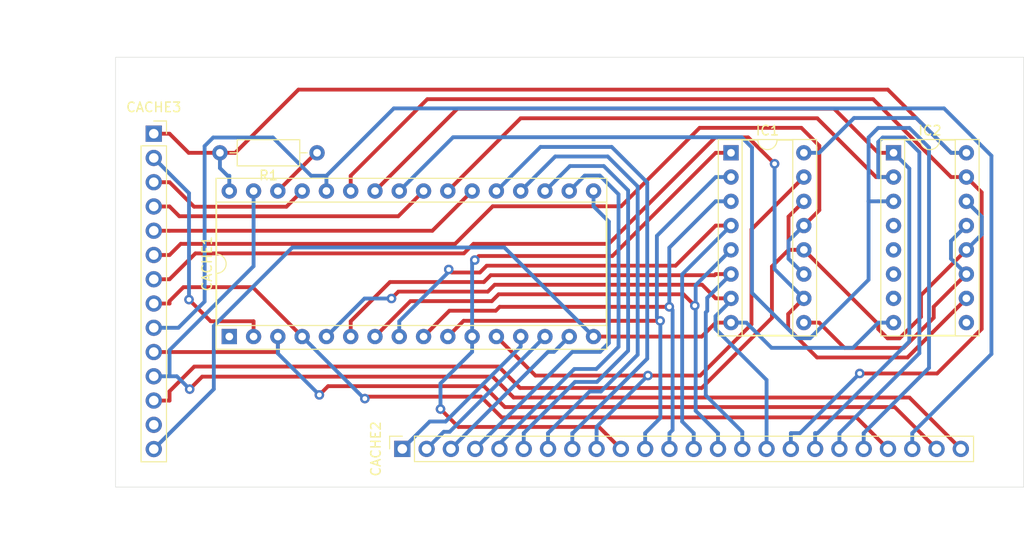
<source format=kicad_pcb>
(kicad_pcb (version 20221018) (generator pcbnew)
  (layers (0 "F.Cu" signal) (31 "B.Cu" signal) (34 "B.Paste" user) (35 "F.Paste" user) (36 "B.SilkS" user "B.Silkscreen") (37 "F.SilkS" user "F.Silkscreen") (38 "B.Mask" user) (39 "F.Mask" user) (44 "Edge.Cuts" user))
  (net 0 "")
  (net 2 "/IOCACHE-128K_ZXspectrum/CACHE_CONTROL.A16")
  (net 4 "/IOCACHE-128K_ZXspectrum/LOCAL_A7")
  (net 5 "/IOCACHE-128K_ZXspectrum/LOCAL_A6")
  (net 6 "/IOCACHE-128K_ZXspectrum/LOCAL_A5")
  (net 7 "/IOCACHE-128K_ZXspectrum/LOCAL_A4")
  (net 8 "/IOCACHE-128K_ZXspectrum/LOCAL_A3")
  (net 9 "/IOCACHE-128K_ZXspectrum/LOCAL_A2")
  (net 10 "/IOCACHE-128K_ZXspectrum/LOCAL_A1")
  (net 11 "/IOCACHE-128K_ZXspectrum/LOCAL_A0")
  (net 12 "/IOCACHE-128K_ZXspectrum/LOCAL_D0")
  (net 13 "/IOCACHE-128K_ZXspectrum/LOCAL_D1")
  (net 14 "/IOCACHE-128K_ZXspectrum/LOCAL_D2")
  (net 15 "GND")
  (net 16 "/IOCACHE-128K_ZXspectrum/LOCAL_D3")
  (net 17 "/IOCACHE-128K_ZXspectrum/LOCAL_D4")
  (net 18 "/IOCACHE-128K_ZXspectrum/LOCAL_D5")
  (net 19 "/IOCACHE-128K_ZXspectrum/LOCAL_D6")
  (net 20 "/IOCACHE-128K_ZXspectrum/LOCAL_D7")
  (net 21 "/IOCACHE-128K_ZXspectrum/CACHE_CONTROL.CS")
  (net 22 "/IOCACHE-128K_ZXspectrum/LOCAL_A10")
  (net 23 "/IOCACHE-128K_ZXspectrum/CACHE_CONTROL.OE")
  (net 24 "/IOCACHE-128K_ZXspectrum/LOCAL_A11")
  (net 25 "/IOCACHE-128K_ZXspectrum/LOCAL_A9")
  (net 26 "/IOCACHE-128K_ZXspectrum/LOCAL_A8")
  (net 27 "/IOCACHE-128K_ZXspectrum/CACHE_CONTROL.WE")
  (net 28 "/IOCACHE-128K_ZXspectrum/CACHE_CE2")
  (net 29 "+5V")
  (net 30 "Net-(IC1-~{RCO})")
  (net 31 "/IOCACHE-128K_ZXspectrum/Z80_HARDLOCK")
  (net 32 "/IOCACHE-128K_ZXspectrum/CACHE_CONTROL.DATASTATUS+PERM_Z80_IORQ")
  (net 33 "/IOCACHE-128K_ZXspectrum/CACHE_DATASTATUS")
  (net 39 "/IOCACHE-128K_ZXspectrum/LOCAL_A12")
  (net 40 "/IOCACHE-128K_ZXspectrum/LOCAL_A13")
  (net 41 "/IOCACHE-128K_ZXspectrum/LOCAL_A14")
  (net 42 "/IOCACHE-128K_ZXspectrum/LOCAL_A15")
  (footprint "Connector_PinSocket_2.54mm:PinSocket_1x24_P2.54mm_Vertical" (layer "F.Cu") (at 110 129 90)
    (fp_text reference "CACHE2" (at 0 -2.77 90) (layer "F.SilkS"))
    (fp_text value "Conn_01x24_Socket")
    (pad "1" thru_hole rect (at 0 0 90) (size 1.7 1.7) (drill 1) (layers "*.Cu" "*.Mask") (net 12 "/IOCACHE-128K_ZXspectrum/LOCAL_D0"))
    (pad "2" thru_hole oval (at 0 2.54 90) (size 1.7 1.7) (drill 1) (layers "*.Cu" "*.Mask") (net 13 "/IOCACHE-128K_ZXspectrum/LOCAL_D1"))
    (pad "3" thru_hole oval (at 0 5.08 90) (size 1.7 1.7) (drill 1) (layers "*.Cu" "*.Mask") (net 14 "/IOCACHE-128K_ZXspectrum/LOCAL_D2"))
    (pad "4" thru_hole oval (at 0 7.62 90) (size 1.7 1.7) (drill 1) (layers "*.Cu" "*.Mask") (net 16 "/IOCACHE-128K_ZXspectrum/LOCAL_D3"))
    (pad "5" thru_hole oval (at 0 10.16 90) (size 1.7 1.7) (drill 1) (layers "*.Cu" "*.Mask") (net 17 "/IOCACHE-128K_ZXspectrum/LOCAL_D4"))
    (pad "6" thru_hole oval (at 0 12.7 90) (size 1.7 1.7) (drill 1) (layers "*.Cu" "*.Mask") (net 18 "/IOCACHE-128K_ZXspectrum/LOCAL_D5"))
    (pad "7" thru_hole oval (at 0 15.24 90) (size 1.7 1.7) (drill 1) (layers "*.Cu" "*.Mask") (net 19 "/IOCACHE-128K_ZXspectrum/LOCAL_D6"))
    (pad "8" thru_hole oval (at 0 17.78 90) (size 1.7 1.7) (drill 1) (layers "*.Cu" "*.Mask") (net 20 "/IOCACHE-128K_ZXspectrum/LOCAL_D7"))
    (pad "9" thru_hole oval (at 0 20.32 90) (size 1.7 1.7) (drill 1) (layers "*.Cu" "*.Mask") (net 11 "/IOCACHE-128K_ZXspectrum/LOCAL_A0"))
    (pad "10" thru_hole oval (at 0 22.86 90) (size 1.7 1.7) (drill 1) (layers "*.Cu" "*.Mask") (net 10 "/IOCACHE-128K_ZXspectrum/LOCAL_A1"))
    (pad "11" thru_hole oval (at 0 25.4 90) (size 1.7 1.7) (drill 1) (layers "*.Cu" "*.Mask") (net 9 "/IOCACHE-128K_ZXspectrum/LOCAL_A2"))
    (pad "12" thru_hole oval (at 0 27.94 90) (size 1.7 1.7) (drill 1) (layers "*.Cu" "*.Mask") (net 8 "/IOCACHE-128K_ZXspectrum/LOCAL_A3"))
    (pad "13" thru_hole oval (at 0 30.48 90) (size 1.7 1.7) (drill 1) (layers "*.Cu" "*.Mask") (net 7 "/IOCACHE-128K_ZXspectrum/LOCAL_A4"))
    (pad "14" thru_hole oval (at 0 33.02 90) (size 1.7 1.7) (drill 1) (layers "*.Cu" "*.Mask") (net 6 "/IOCACHE-128K_ZXspectrum/LOCAL_A5"))
    (pad "15" thru_hole oval (at 0 35.56 90) (size 1.7 1.7) (drill 1) (layers "*.Cu" "*.Mask") (net 5 "/IOCACHE-128K_ZXspectrum/LOCAL_A6"))
    (pad "16" thru_hole oval (at 0 38.1 90) (size 1.7 1.7) (drill 1) (layers "*.Cu" "*.Mask") (net 4 "/IOCACHE-128K_ZXspectrum/LOCAL_A7"))
    (pad "17" thru_hole oval (at 0 40.64 90) (size 1.7 1.7) (drill 1) (layers "*.Cu" "*.Mask") (net 26 "/IOCACHE-128K_ZXspectrum/LOCAL_A8"))
    (pad "18" thru_hole oval (at 0 43.18 90) (size 1.7 1.7) (drill 1) (layers "*.Cu" "*.Mask") (net 25 "/IOCACHE-128K_ZXspectrum/LOCAL_A9"))
    (pad "19" thru_hole oval (at 0 45.72 90) (size 1.7 1.7) (drill 1) (layers "*.Cu" "*.Mask") (net 22 "/IOCACHE-128K_ZXspectrum/LOCAL_A10"))
    (pad "20" thru_hole oval (at 0 48.26 90) (size 1.7 1.7) (drill 1) (layers "*.Cu" "*.Mask") (net 24 "/IOCACHE-128K_ZXspectrum/LOCAL_A11"))
    (pad "21" thru_hole oval (at 0 50.8 90) (size 1.7 1.7) (drill 1) (layers "*.Cu" "*.Mask") (net 39 "/IOCACHE-128K_ZXspectrum/LOCAL_A12"))
    (pad "22" thru_hole oval (at 0 53.34 90) (size 1.7 1.7) (drill 1) (layers "*.Cu" "*.Mask") (net 40 "/IOCACHE-128K_ZXspectrum/LOCAL_A13"))
    (pad "23" thru_hole oval (at 0 55.88 90) (size 1.7 1.7) (drill 1) (layers "*.Cu" "*.Mask") (net 41 "/IOCACHE-128K_ZXspectrum/LOCAL_A14"))
    (pad "24" thru_hole oval (at 0 58.42 90) (size 1.7 1.7) (drill 1) (layers "*.Cu" "*.Mask") (net 42 "/IOCACHE-128K_ZXspectrum/LOCAL_A15"))
  )
  (footprint "Package_DIP:DIP-16_W7.62mm_Socket" (layer "F.Cu") (at 144.38 98)
    (fp_text reference "IC1" (at 3.81 -2.33) (layer "F.SilkS"))
    (fp_text value "74HC590N")
    (pad "1" thru_hole rect (at 0 0) (size 1.6 1.6) (drill 0.8) (layers "*.Cu" "*.Mask") (net 10 "/IOCACHE-128K_ZXspectrum/LOCAL_A1"))
    (pad "2" thru_hole oval (at 0 2.54) (size 1.6 1.6) (drill 0.8) (layers "*.Cu" "*.Mask") (net 9 "/IOCACHE-128K_ZXspectrum/LOCAL_A2"))
    (pad "3" thru_hole oval (at 0 5.08) (size 1.6 1.6) (drill 0.8) (layers "*.Cu" "*.Mask") (net 8 "/IOCACHE-128K_ZXspectrum/LOCAL_A3"))
    (pad "4" thru_hole oval (at 0 7.62) (size 1.6 1.6) (drill 0.8) (layers "*.Cu" "*.Mask") (net 7 "/IOCACHE-128K_ZXspectrum/LOCAL_A4"))
    (pad "5" thru_hole oval (at 0 10.16) (size 1.6 1.6) (drill 0.8) (layers "*.Cu" "*.Mask") (net 6 "/IOCACHE-128K_ZXspectrum/LOCAL_A5"))
    (pad "6" thru_hole oval (at 0 12.7) (size 1.6 1.6) (drill 0.8) (layers "*.Cu" "*.Mask") (net 5 "/IOCACHE-128K_ZXspectrum/LOCAL_A6"))
    (pad "7" thru_hole oval (at 0 15.24) (size 1.6 1.6) (drill 0.8) (layers "*.Cu" "*.Mask") (net 4 "/IOCACHE-128K_ZXspectrum/LOCAL_A7"))
    (pad "8" thru_hole oval (at 0 17.78) (size 1.6 1.6) (drill 0.8) (layers "*.Cu" "*.Mask") (net 15 "GND"))
    (pad "9" thru_hole oval (at 7.62 17.78) (size 1.6 1.6) (drill 0.8) (layers "*.Cu" "*.Mask") (net 30 "Net-(IC1-~{RCO})"))
    (pad "10" thru_hole oval (at 7.62 15.24) (size 1.6 1.6) (drill 0.8) (layers "*.Cu" "*.Mask") (net 31 "/IOCACHE-128K_ZXspectrum/Z80_HARDLOCK"))
    (pad "11" thru_hole oval (at 7.62 12.7) (size 1.6 1.6) (drill 0.8) (layers "*.Cu" "*.Mask") (net 32 "/IOCACHE-128K_ZXspectrum/CACHE_CONTROL.DATASTATUS+PERM_Z80_IORQ"))
    (pad "12" thru_hole oval (at 7.62 10.16) (size 1.6 1.6) (drill 0.8) (layers "*.Cu" "*.Mask") (net 33 "/IOCACHE-128K_ZXspectrum/CACHE_DATASTATUS"))
    (pad "13" thru_hole oval (at 7.62 7.62) (size 1.6 1.6) (drill 0.8) (layers "*.Cu" "*.Mask") (net 32 "/IOCACHE-128K_ZXspectrum/CACHE_CONTROL.DATASTATUS+PERM_Z80_IORQ"))
    (pad "14" thru_hole oval (at 7.62 5.08) (size 1.6 1.6) (drill 0.8) (layers "*.Cu" "*.Mask") (net 33 "/IOCACHE-128K_ZXspectrum/CACHE_DATASTATUS"))
    (pad "15" thru_hole oval (at 7.62 2.54) (size 1.6 1.6) (drill 0.8) (layers "*.Cu" "*.Mask") (net 11 "/IOCACHE-128K_ZXspectrum/LOCAL_A0"))
    (pad "16" thru_hole oval (at 7.62 0) (size 1.6 1.6) (drill 0.8) (layers "*.Cu" "*.Mask") (net 29 "+5V"))
  )
  (footprint "Package_DIP:DIP-16_W7.62mm_Socket" (layer "F.Cu") (at 161.38 98)
    (fp_text reference "IC2" (at 3.81 -2.33) (layer "F.SilkS"))
    (fp_text value "74HC590N")
    (pad "1" thru_hole rect (at 0 0) (size 1.6 1.6) (drill 0.8) (layers "*.Cu" "*.Mask") (net 25 "/IOCACHE-128K_ZXspectrum/LOCAL_A9"))
    (pad "2" thru_hole oval (at 0 2.54) (size 1.6 1.6) (drill 0.8) (layers "*.Cu" "*.Mask") (net 22 "/IOCACHE-128K_ZXspectrum/LOCAL_A10"))
    (pad "3" thru_hole oval (at 0 5.08) (size 1.6 1.6) (drill 0.8) (layers "*.Cu" "*.Mask") (net 24 "/IOCACHE-128K_ZXspectrum/LOCAL_A11"))
    (pad "4" thru_hole oval (at 0 7.62) (size 1.6 1.6) (drill 0.8) (layers "*.Cu" "*.Mask"))
    (pad "5" thru_hole oval (at 0 10.16) (size 1.6 1.6) (drill 0.8) (layers "*.Cu" "*.Mask"))
    (pad "6" thru_hole oval (at 0 12.7) (size 1.6 1.6) (drill 0.8) (layers "*.Cu" "*.Mask"))
    (pad "7" thru_hole oval (at 0 15.24) (size 1.6 1.6) (drill 0.8) (layers "*.Cu" "*.Mask"))
    (pad "8" thru_hole oval (at 0 17.78) (size 1.6 1.6) (drill 0.8) (layers "*.Cu" "*.Mask") (net 15 "GND"))
    (pad "9" thru_hole oval (at 7.62 17.78) (size 1.6 1.6) (drill 0.8) (layers "*.Cu" "*.Mask"))
    (pad "10" thru_hole oval (at 7.62 15.24) (size 1.6 1.6) (drill 0.8) (layers "*.Cu" "*.Mask") (net 31 "/IOCACHE-128K_ZXspectrum/Z80_HARDLOCK"))
    (pad "11" thru_hole oval (at 7.62 12.7) (size 1.6 1.6) (drill 0.8) (layers "*.Cu" "*.Mask") (net 30 "Net-(IC1-~{RCO})"))
    (pad "12" thru_hole oval (at 7.62 10.16) (size 1.6 1.6) (drill 0.8) (layers "*.Cu" "*.Mask") (net 33 "/IOCACHE-128K_ZXspectrum/CACHE_DATASTATUS"))
    (pad "13" thru_hole oval (at 7.62 7.62) (size 1.6 1.6) (drill 0.8) (layers "*.Cu" "*.Mask") (net 30 "Net-(IC1-~{RCO})"))
    (pad "14" thru_hole oval (at 7.62 5.08) (size 1.6 1.6) (drill 0.8) (layers "*.Cu" "*.Mask") (net 33 "/IOCACHE-128K_ZXspectrum/CACHE_DATASTATUS"))
    (pad "15" thru_hole oval (at 7.62 2.54) (size 1.6 1.6) (drill 0.8) (layers "*.Cu" "*.Mask") (net 26 "/IOCACHE-128K_ZXspectrum/LOCAL_A8"))
    (pad "16" thru_hole oval (at 7.62 0) (size 1.6 1.6) (drill 0.8) (layers "*.Cu" "*.Mask") (net 29 "+5V"))
  )
  (footprint "Connector_PinSocket_2.54mm:PinSocket_1x14_P2.54mm_Vertical" (layer "F.Cu") (at 84 96)
    (fp_text reference "CACHE3" (at 0 -2.77) (layer "F.SilkS"))
    (fp_text value "Conn_01x14_Socket")
    (pad "1" thru_hole rect (at 0 0) (size 1.7 1.7) (drill 1) (layers "*.Cu" "*.Mask") (net 29 "+5V"))
    (pad "2" thru_hole oval (at 0 2.54) (size 1.7 1.7) (drill 1) (layers "*.Cu" "*.Mask") (net 2 "/IOCACHE-128K_ZXspectrum/CACHE_CONTROL.A16"))
    (pad "3" thru_hole oval (at 0 5.08) (size 1.7 1.7) (drill 1) (layers "*.Cu" "*.Mask") (net 27 "/IOCACHE-128K_ZXspectrum/CACHE_CONTROL.WE"))
    (pad "4" thru_hole oval (at 0 7.62) (size 1.7 1.7) (drill 1) (layers "*.Cu" "*.Mask") (net 23 "/IOCACHE-128K_ZXspectrum/CACHE_CONTROL.OE"))
    (pad "5" thru_hole oval (at 0 10.16) (size 1.7 1.7) (drill 1) (layers "*.Cu" "*.Mask") (net 21 "/IOCACHE-128K_ZXspectrum/CACHE_CONTROL.CS"))
    (pad "6" thru_hole oval (at 0 12.7) (size 1.7 1.7) (drill 1) (layers "*.Cu" "*.Mask") (net 32 "/IOCACHE-128K_ZXspectrum/CACHE_CONTROL.DATASTATUS+PERM_Z80_IORQ"))
    (pad "7" thru_hole oval (at 0 15.24) (size 1.7 1.7) (drill 1) (layers "*.Cu" "*.Mask") (net 31 "/IOCACHE-128K_ZXspectrum/Z80_HARDLOCK"))
    (pad "8" thru_hole oval (at 0 17.78) (size 1.7 1.7) (drill 1) (layers "*.Cu" "*.Mask") (net 39 "/IOCACHE-128K_ZXspectrum/LOCAL_A12"))
    (pad "9" thru_hole oval (at 0 20.32) (size 1.7 1.7) (drill 1) (layers "*.Cu" "*.Mask") (net 40 "/IOCACHE-128K_ZXspectrum/LOCAL_A13"))
    (pad "10" thru_hole oval (at 0 22.86) (size 1.7 1.7) (drill 1) (layers "*.Cu" "*.Mask") (net 41 "/IOCACHE-128K_ZXspectrum/LOCAL_A14"))
    (pad "11" thru_hole oval (at 0 25.4) (size 1.7 1.7) (drill 1) (layers "*.Cu" "*.Mask") (net 42 "/IOCACHE-128K_ZXspectrum/LOCAL_A15"))
    (pad "12" thru_hole oval (at 0 27.94) (size 1.7 1.7) (drill 1) (layers "*.Cu" "*.Mask") (net 33 "/IOCACHE-128K_ZXspectrum/CACHE_DATASTATUS"))
    (pad "13" thru_hole oval (at 0 30.48) (size 1.7 1.7) (drill 1) (layers "*.Cu" "*.Mask"))
    (pad "14" thru_hole oval (at 0 33.02) (size 1.7 1.7) (drill 1) (layers "*.Cu" "*.Mask") (net 15 "GND"))
  )
  (footprint "Package_DIP:DIP-32_W15.24mm_Socket" (layer "F.Cu") (at 91.9 117.24 90)
    (fp_text reference "CACHE1" (at 7.62 -2.33 90) (layer "F.SilkS"))
    (fp_text value "AS6C1008-55PCN")
    (pad "1" thru_hole rect (at 0 0 90) (size 1.6 1.6) (drill 0.8) (layers "*.Cu" "*.Mask"))
    (pad "2" thru_hole oval (at 0 2.54 90) (size 1.6 1.6) (drill 0.8) (layers "*.Cu" "*.Mask") (net 2 "/IOCACHE-128K_ZXspectrum/CACHE_CONTROL.A16"))
    (pad "3" thru_hole oval (at 0 5.08 90) (size 1.6 1.6) (drill 0.8) (layers "*.Cu" "*.Mask") (net 41 "/IOCACHE-128K_ZXspectrum/LOCAL_A14"))
    (pad "4" thru_hole oval (at 0 7.62 90) (size 1.6 1.6) (drill 0.8) (layers "*.Cu" "*.Mask") (net 39 "/IOCACHE-128K_ZXspectrum/LOCAL_A12"))
    (pad "5" thru_hole oval (at 0 10.16 90) (size 1.6 1.6) (drill 0.8) (layers "*.Cu" "*.Mask") (net 4 "/IOCACHE-128K_ZXspectrum/LOCAL_A7"))
    (pad "6" thru_hole oval (at 0 12.7 90) (size 1.6 1.6) (drill 0.8) (layers "*.Cu" "*.Mask") (net 5 "/IOCACHE-128K_ZXspectrum/LOCAL_A6"))
    (pad "7" thru_hole oval (at 0 15.24 90) (size 1.6 1.6) (drill 0.8) (layers "*.Cu" "*.Mask") (net 6 "/IOCACHE-128K_ZXspectrum/LOCAL_A5"))
    (pad "8" thru_hole oval (at 0 17.78 90) (size 1.6 1.6) (drill 0.8) (layers "*.Cu" "*.Mask") (net 7 "/IOCACHE-128K_ZXspectrum/LOCAL_A4"))
    (pad "9" thru_hole oval (at 0 20.32 90) (size 1.6 1.6) (drill 0.8) (layers "*.Cu" "*.Mask") (net 8 "/IOCACHE-128K_ZXspectrum/LOCAL_A3"))
    (pad "10" thru_hole oval (at 0 22.86 90) (size 1.6 1.6) (drill 0.8) (layers "*.Cu" "*.Mask") (net 9 "/IOCACHE-128K_ZXspectrum/LOCAL_A2"))
    (pad "11" thru_hole oval (at 0 25.4 90) (size 1.6 1.6) (drill 0.8) (layers "*.Cu" "*.Mask") (net 10 "/IOCACHE-128K_ZXspectrum/LOCAL_A1"))
    (pad "12" thru_hole oval (at 0 27.94 90) (size 1.6 1.6) (drill 0.8) (layers "*.Cu" "*.Mask") (net 11 "/IOCACHE-128K_ZXspectrum/LOCAL_A0"))
    (pad "13" thru_hole oval (at 0 30.48 90) (size 1.6 1.6) (drill 0.8) (layers "*.Cu" "*.Mask") (net 12 "/IOCACHE-128K_ZXspectrum/LOCAL_D0"))
    (pad "14" thru_hole oval (at 0 33.02 90) (size 1.6 1.6) (drill 0.8) (layers "*.Cu" "*.Mask") (net 13 "/IOCACHE-128K_ZXspectrum/LOCAL_D1"))
    (pad "15" thru_hole oval (at 0 35.56 90) (size 1.6 1.6) (drill 0.8) (layers "*.Cu" "*.Mask") (net 14 "/IOCACHE-128K_ZXspectrum/LOCAL_D2"))
    (pad "16" thru_hole oval (at 0 38.1 90) (size 1.6 1.6) (drill 0.8) (layers "*.Cu" "*.Mask") (net 15 "GND"))
    (pad "17" thru_hole oval (at 15.24 38.1 90) (size 1.6 1.6) (drill 0.8) (layers "*.Cu" "*.Mask") (net 16 "/IOCACHE-128K_ZXspectrum/LOCAL_D3"))
    (pad "18" thru_hole oval (at 15.24 35.56 90) (size 1.6 1.6) (drill 0.8) (layers "*.Cu" "*.Mask") (net 17 "/IOCACHE-128K_ZXspectrum/LOCAL_D4"))
    (pad "19" thru_hole oval (at 15.24 33.02 90) (size 1.6 1.6) (drill 0.8) (layers "*.Cu" "*.Mask") (net 18 "/IOCACHE-128K_ZXspectrum/LOCAL_D5"))
    (pad "20" thru_hole oval (at 15.24 30.48 90) (size 1.6 1.6) (drill 0.8) (layers "*.Cu" "*.Mask") (net 19 "/IOCACHE-128K_ZXspectrum/LOCAL_D6"))
    (pad "21" thru_hole oval (at 15.24 27.94 90) (size 1.6 1.6) (drill 0.8) (layers "*.Cu" "*.Mask") (net 20 "/IOCACHE-128K_ZXspectrum/LOCAL_D7"))
    (pad "22" thru_hole oval (at 15.24 25.4 90) (size 1.6 1.6) (drill 0.8) (layers "*.Cu" "*.Mask") (net 21 "/IOCACHE-128K_ZXspectrum/CACHE_CONTROL.CS"))
    (pad "23" thru_hole oval (at 15.24 22.86 90) (size 1.6 1.6) (drill 0.8) (layers "*.Cu" "*.Mask") (net 22 "/IOCACHE-128K_ZXspectrum/LOCAL_A10"))
    (pad "24" thru_hole oval (at 15.24 20.32 90) (size 1.6 1.6) (drill 0.8) (layers "*.Cu" "*.Mask") (net 23 "/IOCACHE-128K_ZXspectrum/CACHE_CONTROL.OE"))
    (pad "25" thru_hole oval (at 15.24 17.78 90) (size 1.6 1.6) (drill 0.8) (layers "*.Cu" "*.Mask") (net 24 "/IOCACHE-128K_ZXspectrum/LOCAL_A11"))
    (pad "26" thru_hole oval (at 15.24 15.24 90) (size 1.6 1.6) (drill 0.8) (layers "*.Cu" "*.Mask") (net 25 "/IOCACHE-128K_ZXspectrum/LOCAL_A9"))
    (pad "27" thru_hole oval (at 15.24 12.7 90) (size 1.6 1.6) (drill 0.8) (layers "*.Cu" "*.Mask") (net 26 "/IOCACHE-128K_ZXspectrum/LOCAL_A8"))
    (pad "28" thru_hole oval (at 15.24 10.16 90) (size 1.6 1.6) (drill 0.8) (layers "*.Cu" "*.Mask") (net 40 "/IOCACHE-128K_ZXspectrum/LOCAL_A13"))
    (pad "29" thru_hole oval (at 15.24 7.62 90) (size 1.6 1.6) (drill 0.8) (layers "*.Cu" "*.Mask") (net 27 "/IOCACHE-128K_ZXspectrum/CACHE_CONTROL.WE"))
    (pad "30" thru_hole oval (at 15.24 5.08 90) (size 1.6 1.6) (drill 0.8) (layers "*.Cu" "*.Mask") (net 28 "/IOCACHE-128K_ZXspectrum/CACHE_CE2"))
    (pad "31" thru_hole oval (at 15.24 2.54 90) (size 1.6 1.6) (drill 0.8) (layers "*.Cu" "*.Mask") (net 42 "/IOCACHE-128K_ZXspectrum/LOCAL_A15"))
    (pad "32" thru_hole oval (at 15.24 0 90) (size 1.6 1.6) (drill 0.8) (layers "*.Cu" "*.Mask") (net 29 "+5V"))
  )
  (footprint "Resistor_THT:R_Axial_DIN0207_L6.3mm_D2.5mm_P10.16mm_Horizontal" (layer "F.Cu") (at 101.08 98 180)
    (fp_text reference "R1" (at 5.08 -2.37) (layer "F.SilkS"))
    (fp_text value "10K")
    (pad "1" thru_hole circle (at 0 0 180) (size 1.6 1.6) (drill 0.8) (layers "*.Cu" "*.Mask") (net 28 "/IOCACHE-128K_ZXspectrum/CACHE_CE2"))
    (pad "2" thru_hole oval (at 10.16 0 180) (size 1.6 1.6) (drill 0.8) (layers "*.Cu" "*.Mask") (net 29 "+5V"))
  )
  (gr_rect (start 80 88) (end 175 133) (stroke (width 0.05)) (fill none) (layer "Edge.Cuts"))
  (segment (start 89.9555 115.6399) (end 87.6852 113.3696) (width 0.4) (layer "F.Cu") (net 2))
  (segment (start 94.44 117.24) (end 94.44 115.6399) (width 0.4) (layer "F.Cu") (net 2))
  (segment (start 94.44 115.6399) (end 89.9555 115.6399) (width 0.4) (layer "F.Cu") (net 2))
  (via (at 87.6852 113.3696) (size 1) (drill 0.5) (layers "F.Cu" "B.Cu") (net 2))
  (segment (start 87.6852 113.3696) (end 87.6852 102.2252) (width 0.4) (layer "B.Cu") (net 2))
  (segment (start 87.6852 102.2252) (end 84 98.54) (width 0.4) (layer "B.Cu") (net 2))
  (segment (start 118.945 112.5312) (end 109.5916 112.5312) (width 0.4) (layer "F.Cu") (net 4))
  (segment (start 144.38 113.24) (end 142.7799 113.24) (width 0.4) (layer "F.Cu") (net 4))
  (segment (start 142.7799 113.24) (end 141.3558 111.8159) (width 0.4) (layer "F.Cu") (net 4))
  (segment (start 119.6603 111.8159) (end 118.945 112.5312) (width 0.4) (layer "F.Cu") (net 4))
  (segment (start 141.3558 111.8159) (end 119.6603 111.8159) (width 0.4) (layer "F.Cu") (net 4))
  (segment (start 109.5916 112.5312) (end 108.8677 113.2551) (width 0.4) (layer "F.Cu") (net 4))
  (via (at 108.8677 113.2551) (size 1) (drill 0.5) (layers "F.Cu" "B.Cu") (net 4))
  (segment (start 102.06 117.24) (end 106.0449 113.2551) (width 0.4) (layer "B.Cu") (net 4))
  (segment (start 106.0449 113.2551) (end 108.8677 113.2551) (width 0.4) (layer "B.Cu") (net 4))
  (segment (start 148.1 129) (end 148.1 121.782) (width 0.4) (layer "B.Cu") (net 4))
  (segment (start 144.38 113.4841) (end 144.38 113.24) (width 0.4) (layer "B.Cu") (net 4))
  (segment (start 142.76 116.442) (end 142.76 115.1041) (width 0.4) (layer "B.Cu") (net 4))
  (segment (start 142.76 115.1041) (end 144.38 113.4841) (width 0.4) (layer "B.Cu") (net 4))
  (segment (start 148.1 121.782) (end 142.76 116.442) (width 0.4) (layer "B.Cu") (net 4))
  (segment (start 144.38 110.7) (end 142.7799 110.7) (width 0.4) (layer "F.Cu") (net 5))
  (segment (start 104.6 115.6399) (end 108.7088 111.5311) (width 0.4) (layer "F.Cu") (net 5))
  (segment (start 108.7088 111.5311) (end 118.5308 111.5311) (width 0.4) (layer "F.Cu") (net 5))
  (segment (start 142.6641 110.8158) (end 142.7799 110.7) (width 0.4) (layer "F.Cu") (net 5))
  (segment (start 118.5308 111.5311) (end 119.2461 110.8158) (width 0.4) (layer "F.Cu") (net 5))
  (segment (start 104.6 117.24) (end 104.6 115.6399) (width 0.4) (layer "F.Cu") (net 5))
  (segment (start 119.2461 110.8158) (end 142.6641 110.8158) (width 0.4) (layer "F.Cu") (net 5))
  (segment (start 145.56 129) (end 145.56 127.2151) (width 0.4) (layer "B.Cu") (net 5))
  (segment (start 141.7399 114.7099) (end 141.8932 114.5566) (width 0.4) (layer "B.Cu") (net 5))
  (segment (start 141.8932 114.5566) (end 141.8932 113.1868) (width 0.4) (layer "B.Cu") (net 5))
  (segment (start 141.8932 113.1868) (end 144.38 110.7) (width 0.4) (layer "B.Cu") (net 5))
  (segment (start 141.7399 123.395) (end 141.7399 114.7099) (width 0.4) (layer "B.Cu") (net 5))
  (segment (start 145.56 127.2151) (end 141.7399 123.395) (width 0.4) (layer "B.Cu") (net 5))
  (segment (start 119.3592 113.5313) (end 120.0745 112.816) (width 0.4) (layer "F.Cu") (net 6))
  (segment (start 110.8487 113.5313) (end 119.3592 113.5313) (width 0.4) (layer "F.Cu") (net 6))
  (segment (start 107.14 117.24) (end 110.8487 113.5313) (width 0.4) (layer "F.Cu") (net 6))
  (segment (start 139.4096 112.816) (end 140.5931 113.9995) (width 0.4) (layer "F.Cu") (net 6))
  (segment (start 120.0745 112.816) (end 139.4096 112.816) (width 0.4) (layer "F.Cu") (net 6))
  (via (at 140.5931 113.9995) (size 1) (drill 0.5) (layers "F.Cu" "B.Cu") (net 6))
  (segment (start 143.02 129) (end 143.02 127.3499) (width 0.4) (layer "B.Cu") (net 6))
  (segment (start 140.6823 113.9995) (end 140.6823 111.8577) (width 0.4) (layer "B.Cu") (net 6))
  (segment (start 140.6823 125.0122) (end 140.6823 113.9995) (width 0.4) (layer "B.Cu") (net 6))
  (segment (start 143.02 127.3499) (end 140.6823 125.0122) (width 0.4) (layer "B.Cu") (net 6))
  (segment (start 140.6823 111.8577) (end 144.38 108.16) (width 0.4) (layer "B.Cu") (net 6))
  (segment (start 140.6823 113.9995) (end 140.5931 113.9995) (width 0.4) (layer "B.Cu") (net 6))
  (segment (start 114.8548 110.2142) (end 115.1716 110.531) (width 0.4) (layer "F.Cu") (net 7))
  (segment (start 144.38 105.62) (end 142.7799 105.62) (width 0.4) (layer "F.Cu") (net 7))
  (segment (start 115.1716 110.531) (end 118.1166 110.531) (width 0.4) (layer "F.Cu") (net 7))
  (segment (start 118.1166 110.531) (end 118.8319 109.8157) (width 0.4) (layer "F.Cu") (net 7))
  (segment (start 138.5842 109.8157) (end 142.7799 105.62) (width 0.4) (layer "F.Cu") (net 7))
  (segment (start 118.8319 109.8157) (end 138.5842 109.8157) (width 0.4) (layer "F.Cu") (net 7))
  (via (at 114.8548 110.2142) (size 1) (drill 0.5) (layers "F.Cu" "B.Cu") (net 7))
  (segment (start 114.8548 110.4651) (end 114.8548 110.2142) (width 0.4) (layer "B.Cu") (net 7))
  (segment (start 139.2717 110.7283) (end 139.2717 126.1416) (width 0.4) (layer "B.Cu") (net 7))
  (segment (start 109.68 115.6399) (end 114.8548 110.4651) (width 0.4) (layer "B.Cu") (net 7))
  (segment (start 144.38 105.62) (end 139.2717 110.7283) (width 0.4) (layer "B.Cu") (net 7))
  (segment (start 109.68 117.24) (end 109.68 115.6399) (width 0.4) (layer "B.Cu") (net 7))
  (segment (start 139.2717 126.1416) (end 140.48 127.3499) (width 0.4) (layer "B.Cu") (net 7))
  (segment (start 140.48 129) (end 140.48 127.3499) (width 0.4) (layer "B.Cu") (net 7))
  (segment (start 119.7734 114.5314) (end 120.1795 114.1253) (width 0.4) (layer "F.Cu") (net 8))
  (segment (start 120.1795 114.1253) (end 137.9257 114.1253) (width 0.4) (layer "F.Cu") (net 8))
  (segment (start 112.22 117.24) (end 114.9286 114.5314) (width 0.4) (layer "F.Cu") (net 8))
  (segment (start 114.9286 114.5314) (end 119.7734 114.5314) (width 0.4) (layer "F.Cu") (net 8))
  (via (at 137.9257 114.1253) (size 1) (drill 0.5) (layers "F.Cu" "B.Cu") (net 8))
  (segment (start 144.38 103.08) (end 142.7799 103.08) (width 0.4) (layer "B.Cu") (net 8))
  (segment (start 138.2697 114.4693) (end 138.2697 127.0202) (width 0.4) (layer "B.Cu") (net 8))
  (segment (start 138.2697 127.0202) (end 137.94 127.3499) (width 0.4) (layer "B.Cu") (net 8))
  (segment (start 137.9257 107.9342) (end 137.9257 114.1253) (width 0.4) (layer "B.Cu") (net 8))
  (segment (start 142.7799 103.08) (end 137.9257 107.9342) (width 0.4) (layer "B.Cu") (net 8))
  (segment (start 137.9257 114.1253) (end 138.2697 114.4693) (width 0.4) (layer "B.Cu") (net 8))
  (segment (start 137.94 129) (end 137.94 127.3499) (width 0.4) (layer "B.Cu") (net 8))
  (segment (start 114.76 117.24) (end 116.4079 115.5921) (width 0.4) (layer "F.Cu") (net 9))
  (segment (start 116.4079 115.5921) (end 136.9677 115.5921) (width 0.4) (layer "F.Cu") (net 9))
  (via (at 136.9677 115.5921) (size 1) (drill 0.5) (layers "F.Cu" "B.Cu") (net 9))
  (segment (start 136.6255 115.2499) (end 136.9677 115.5921) (width 0.4) (layer "B.Cu") (net 9))
  (segment (start 136.9902 125.7597) (end 136.9902 115.6146) (width 0.4) (layer "B.Cu") (net 9))
  (segment (start 135.4 129) (end 135.4 127.3499) (width 0.4) (layer "B.Cu") (net 9))
  (segment (start 142.7799 100.54) (end 136.6255 106.6944) (width 0.4) (layer "B.Cu") (net 9))
  (segment (start 136.9902 115.6146) (end 136.9677 115.5921) (width 0.4) (layer "B.Cu") (net 9))
  (segment (start 144.38 100.54) (end 142.7799 100.54) (width 0.4) (layer "B.Cu") (net 9))
  (segment (start 135.4 127.3499) (end 136.9902 125.7597) (width 0.4) (layer "B.Cu") (net 9))
  (segment (start 136.6255 106.6944) (end 136.6255 115.2499) (width 0.4) (layer "B.Cu") (net 9))
  (segment (start 118.0024 108.8065) (end 117.578 109.2309) (width 0.4) (layer "F.Cu") (net 10))
  (segment (start 131.9734 108.8065) (end 118.0024 108.8065) (width 0.4) (layer "F.Cu") (net 10))
  (segment (start 144.38 98) (end 142.7799 98) (width 0.4) (layer "F.Cu") (net 10))
  (segment (start 115.8625 126.7024) (end 130.5624 126.7024) (width 0.4) (layer "F.Cu") (net 10))
  (segment (start 113.9915 124.8314) (end 115.8625 126.7024) (width 0.4) (layer "F.Cu") (net 10))
  (segment (start 142.7799 98) (end 131.9734 108.8065) (width 0.4) (layer "F.Cu") (net 10))
  (segment (start 130.5624 126.7024) (end 132.86 129) (width 0.4) (layer "F.Cu") (net 10))
  (via (at 117.578 109.2309) (size 1) (drill 0.5) (layers "F.Cu" "B.Cu") (net 10))
  (via (at 113.9915 124.8314) (size 1) (drill 0.5) (layers "F.Cu" "B.Cu") (net 10))
  (segment (start 117.3 117.24) (end 117.3 118.8401) (width 0.4) (layer "B.Cu") (net 10))
  (segment (start 117.3 109.5089) (end 117.578 109.2309) (width 0.4) (layer "B.Cu") (net 10))
  (segment (start 113.9915 122.1486) (end 113.9915 124.8314) (width 0.4) (layer "B.Cu") (net 10))
  (segment (start 117.3 117.24) (end 117.3 109.5089) (width 0.4) (layer "B.Cu") (net 10))
  (segment (start 117.3 118.8401) (end 113.9915 122.1486) (width 0.4) (layer "B.Cu") (net 10))
  (segment (start 146.5213 106.0187) (end 146.5213 115.9586) (width 0.4) (layer "F.Cu") (net 11))
  (segment (start 152 100.54) (end 146.5213 106.0187) (width 0.4) (layer "F.Cu") (net 11))
  (segment (start 141.1583 121.3216) (end 135.6901 121.3216) (width 0.4) (layer "F.Cu") (net 11))
  (segment (start 119.84 117.24) (end 123.9216 121.3216) (width 0.4) (layer "F.Cu") (net 11))
  (segment (start 123.9216 121.3216) (end 135.6901 121.3216) (width 0.4) (layer "F.Cu") (net 11))
  (segment (start 146.5213 115.9586) (end 141.1583 121.3216) (width 0.4) (layer "F.Cu") (net 11))
  (via (at 135.6901 121.3216) (size 1) (drill 0.5) (layers "F.Cu" "B.Cu") (net 11))
  (segment (start 130.32 127.3499) (end 130.32 126.6917) (width 0.4) (layer "B.Cu") (net 11))
  (segment (start 130.32 126.6917) (end 135.6901 121.3216) (width 0.4) (layer "B.Cu") (net 11))
  (segment (start 130.32 129) (end 130.32 127.3499) (width 0.4) (layer "B.Cu") (net 11))
  (segment (start 122.38 118.2816) (end 122.38 117.24) (width 0.4) (layer "B.Cu") (net 12))
  (segment (start 110 129) (end 112.8685 126.1315) (width 0.4) (layer "B.Cu") (net 12))
  (segment (start 114.5301 126.1315) (end 122.38 118.2816) (width 0.4) (layer "B.Cu") (net 12))
  (segment (start 112.8685 126.1315) (end 114.5301 126.1315) (width 0.4) (layer "B.Cu") (net 12))
  (segment (start 112.54 129) (end 114.3297 127.2103) (width 0.4) (layer "B.Cu") (net 13))
  (segment (start 114.3297 127.2103) (end 114.9497 127.2103) (width 0.4) (layer "B.Cu") (net 13))
  (segment (start 114.9497 127.2103) (end 124.92 117.24) (width 0.4) (layer "B.Cu") (net 13))
  (segment (start 125.2398 118.8402) (end 115.08 129) (width 0.4) (layer "B.Cu") (net 14))
  (segment (start 127.46 117.24) (end 125.8598 118.8402) (width 0.4) (layer "B.Cu") (net 14))
  (segment (start 125.8598 118.8402) (end 125.2398 118.8402) (width 0.4) (layer "B.Cu") (net 14))
  (segment (start 141.3199 117.24) (end 130 117.24) (width 0.4) (layer "F.Cu") (net 15))
  (segment (start 144.38 115.78) (end 142.7799 115.78) (width 0.4) (layer "F.Cu") (net 15))
  (segment (start 142.7799 115.78) (end 141.3199 117.24) (width 0.4) (layer "F.Cu") (net 15))
  (segment (start 130 117.24) (end 120.6742 107.9142) (width 0.4) (layer "B.Cu") (net 15))
  (segment (start 90.28 116.1251) (end 90.28 122.74) (width 0.4) (layer "B.Cu") (net 15))
  (segment (start 148.6204 118.4203) (end 157.1396 118.4203) (width 0.4) (layer "B.Cu") (net 15))
  (segment (start 157.1396 118.4203) (end 159.7799 115.78) (width 0.4) (layer "B.Cu") (net 15))
  (segment (start 145.9801 115.78) (end 148.6204 118.4203) (width 0.4) (layer "B.Cu") (net 15))
  (segment (start 120.6742 107.9142) (end 98.4909 107.9142) (width 0.4) (layer "B.Cu") (net 15))
  (segment (start 161.38 115.78) (end 159.7799 115.78) (width 0.4) (layer "B.Cu") (net 15))
  (segment (start 90.28 122.74) (end 84 129.02) (width 0.4) (layer "B.Cu") (net 15))
  (segment (start 98.4909 107.9142) (end 90.28 116.1251) (width 0.4) (layer "B.Cu") (net 15))
  (segment (start 144.38 115.78) (end 145.9801 115.78) (width 0.4) (layer "B.Cu") (net 15))
  (segment (start 130 102) (end 130 103.6001) (width 0.4) (layer "B.Cu") (net 16))
  (segment (start 130.6757 118.8402) (end 127.7798 118.8402) (width 0.4) (layer "B.Cu") (net 16))
  (segment (start 130 103.6001) (end 131.6036 105.2037) (width 0.4) (layer "B.Cu") (net 16))
  (segment (start 131.6036 105.2037) (end 131.6036 117.9123) (width 0.4) (layer "B.Cu") (net 16))
  (segment (start 131.6036 117.9123) (end 130.6757 118.8402) (width 0.4) (layer "B.Cu") (net 16))
  (segment (start 127.7798 118.8402) (end 117.62 129) (width 0.4) (layer "B.Cu") (net 16))
  (segment (start 130.6565 100.3867) (end 132.6165 102.3467) (width 0.4) (layer "B.Cu") (net 17))
  (segment (start 127.9939 120.6348) (end 120.16 128.4687) (width 0.4) (layer "B.Cu") (net 17))
  (segment (start 132.6165 102.3467) (end 132.6165 118.3137) (width 0.4) (layer "B.Cu") (net 17))
  (segment (start 120.16 128.4687) (end 120.16 129) (width 0.4) (layer "B.Cu") (net 17))
  (segment (start 132.6165 118.3137) (end 130.2954 120.6348) (width 0.4) (layer "B.Cu") (net 17))
  (segment (start 127.46 102) (end 129.0733 100.3867) (width 0.4) (layer "B.Cu") (net 17))
  (segment (start 130.2954 120.6348) (end 127.9939 120.6348) (width 0.4) (layer "B.Cu") (net 17))
  (segment (start 129.0733 100.3867) (end 130.6565 100.3867) (width 0.4) (layer "B.Cu") (net 17))
  (segment (start 127.5334 99.3866) (end 131.0707 99.3866) (width 0.4) (layer "B.Cu") (net 18))
  (segment (start 133.6166 101.9325) (end 133.6166 118.7279) (width 0.4) (layer "B.Cu") (net 18))
  (segment (start 124.92 102) (end 127.5334 99.3866) (width 0.4) (layer "B.Cu") (net 18))
  (segment (start 128.0613 121.9886) (end 122.7 127.3499) (width 0.4) (layer "B.Cu") (net 18))
  (segment (start 130.3559 121.9886) (end 128.0613 121.9886) (width 0.4) (layer "B.Cu") (net 18))
  (segment (start 122.7 129) (end 122.7 127.3499) (width 0.4) (layer "B.Cu") (net 18))
  (segment (start 133.6166 118.7279) (end 130.3559 121.9886) (width 0.4) (layer "B.Cu") (net 18))
  (segment (start 131.0707 99.3866) (end 133.6166 101.9325) (width 0.4) (layer "B.Cu") (net 18))
  (segment (start 125.24 129) (end 125.24 127.3499) (width 0.4) (layer "B.Cu") (net 19))
  (segment (start 130.7701 122.9887) (end 129.6012 122.9887) (width 0.4) (layer "B.Cu") (net 19))
  (segment (start 129.6012 122.9887) (end 125.24 127.3499) (width 0.4) (layer "B.Cu") (net 19))
  (segment (start 122.38 102) (end 125.9935 98.3865) (width 0.4) (layer "B.Cu") (net 19))
  (segment (start 131.4849 98.3865) (end 134.6167 101.5183) (width 0.4) (layer "B.Cu") (net 19))
  (segment (start 134.6167 101.5183) (end 134.6167 119.1421) (width 0.4) (layer "B.Cu") (net 19))
  (segment (start 125.9935 98.3865) (end 131.4849 98.3865) (width 0.4) (layer "B.Cu") (net 19))
  (segment (start 134.6167 119.1421) (end 130.7701 122.9887) (width 0.4) (layer "B.Cu") (net 19))
  (segment (start 127.8233 127.3499) (end 127.78 127.3499) (width 0.4) (layer "B.Cu") (net 20))
  (segment (start 127.8233 127.3498) (end 127.8233 127.3499) (width 0.4) (layer "B.Cu") (net 20))
  (segment (start 119.84 102) (end 124.4536 97.3864) (width 0.4) (layer "B.Cu") (net 20))
  (segment (start 135.6168 119.5563) (end 127.8233 127.3498) (width 0.4) (layer "B.Cu") (net 20))
  (segment (start 127.78 129) (end 127.78 127.3499) (width 0.4) (layer "B.Cu") (net 20))
  (segment (start 135.6168 101.1041) (end 135.6168 119.5563) (width 0.4) (layer "B.Cu") (net 20))
  (segment (start 131.8991 97.3864) (end 135.6168 101.1041) (width 0.4) (layer "B.Cu") (net 20))
  (segment (start 124.4536 97.3864) (end 131.8991 97.3864) (width 0.4) (layer "B.Cu") (net 20))
  (segment (start 84 106.16) (end 85.6501 106.16) (width 0.4) (layer "F.Cu") (net 21))
  (segment (start 113.14 106.16) (end 85.6501 106.16) (width 0.4) (layer "F.Cu") (net 21))
  (segment (start 117.3 102) (end 113.14 106.16) (width 0.4) (layer "F.Cu") (net 21))
  (segment (start 122.3752 94.3848) (end 114.76 102) (width 0.4) (layer "F.Cu") (net 22))
  (segment (start 161.38 100.54) (end 159.5563 100.54) (width 0.4) (layer "F.Cu") (net 22))
  (segment (start 159.5563 100.54) (end 153.4011 94.3848) (width 0.4) (layer "F.Cu") (net 22))
  (segment (start 153.4011 94.3848) (end 122.3752 94.3848) (width 0.4) (layer "F.Cu") (net 22))
  (segment (start 159.7799 96.8666) (end 160.2466 96.3999) (width 0.4) (layer "B.Cu") (net 22))
  (segment (start 155.72 129) (end 155.72 127.3499) (width 0.4) (layer "B.Cu") (net 22))
  (segment (start 164.0814 118.9885) (end 155.72 127.3499) (width 0.4) (layer "B.Cu") (net 22))
  (segment (start 160.2466 96.3999) (end 162.5467 96.3999) (width 0.4) (layer "B.Cu") (net 22))
  (segment (start 162.5467 96.3999) (end 164.0814 97.9346) (width 0.4) (layer "B.Cu") (net 22))
  (segment (start 161.38 100.54) (end 159.7799 100.54) (width 0.4) (layer "B.Cu") (net 22))
  (segment (start 164.0814 97.9346) (end 164.0814 118.9885) (width 0.4) (layer "B.Cu") (net 22))
  (segment (start 159.7799 100.54) (end 159.7799 96.8666) (width 0.4) (layer "B.Cu") (net 22))
  (segment (start 86.6723 104.6422) (end 85.6501 103.62) (width 0.4) (layer "F.Cu") (net 23))
  (segment (start 112.22 102) (end 109.5778 104.6422) (width 0.4) (layer "F.Cu") (net 23))
  (segment (start 109.5778 104.6422) (end 86.6723 104.6422) (width 0.4) (layer "F.Cu") (net 23))
  (segment (start 84 103.62) (end 85.6501 103.62) (width 0.4) (layer "F.Cu") (net 23))
  (segment (start 159.7799 103.08) (end 158.7713 103.08) (width 0.4) (layer "B.Cu") (net 24))
  (segment (start 146.5757 97.4475) (end 145.4974 96.3692) (width 0.4) (layer "B.Cu") (net 24))
  (segment (start 165.0906 97.4446) (end 165.0906 120.5193) (width 0.4) (layer "B.Cu") (net 24))
  (segment (start 161.38 103.08) (end 159.7799 103.08) (width 0.4) (layer "B.Cu") (net 24))
  (segment (start 158.26 129) (end 158.26 127.3499) (width 0.4) (layer "B.Cu") (net 24))
  (segment (start 151.3233 117.4158) (end 146.5757 112.6682) (width 0.4) (layer "B.Cu") (net 24))
  (segment (start 115.3108 96.3692) (end 109.68 102) (width 0.4) (layer "B.Cu") (net 24))
  (segment (start 158.7713 103.08) (end 158.7713 111.2902) (width 0.4) (layer "B.Cu") (net 24))
  (segment (start 159.7647 95.3998) (end 163.0458 95.3998) (width 0.4) (layer "B.Cu") (net 24))
  (segment (start 158.7713 96.3932) (end 159.7647 95.3998) (width 0.4) (layer "B.Cu") (net 24))
  (segment (start 163.0458 95.3998) (end 165.0906 97.4446) (width 0.4) (layer "B.Cu") (net 24))
  (segment (start 158.7713 103.08) (end 158.7713 96.3932) (width 0.4) (layer "B.Cu") (net 24))
  (segment (start 146.5757 112.6682) (end 146.5757 97.4475) (width 0.4) (layer "B.Cu") (net 24))
  (segment (start 165.0906 120.5193) (end 158.26 127.3499) (width 0.4) (layer "B.Cu") (net 24))
  (segment (start 145.4974 96.3692) (end 115.3108 96.3692) (width 0.4) (layer "B.Cu") (net 24))
  (segment (start 158.7713 111.2902) (end 152.6457 117.4158) (width 0.4) (layer "B.Cu") (net 24))
  (segment (start 152.6457 117.4158) (end 151.3233 117.4158) (width 0.4) (layer "B.Cu") (net 24))
  (segment (start 155.1646 93.3847) (end 115.7553 93.3847) (width 0.4) (layer "F.Cu") (net 25))
  (segment (start 159.7799 98) (end 155.1646 93.3847) (width 0.4) (layer "F.Cu") (net 25))
  (segment (start 115.7553 93.3847) (end 107.14 102) (width 0.4) (layer "F.Cu") (net 25))
  (segment (start 161.38 98) (end 159.7799 98) (width 0.4) (layer "F.Cu") (net 25))
  (segment (start 153.4332 127.3499) (end 163.0292 117.7539) (width 0.4) (layer "B.Cu") (net 25))
  (segment (start 163.0292 99.6492) (end 161.38 98) (width 0.4) (layer "B.Cu") (net 25))
  (segment (start 153.18 129) (end 153.18 127.3499) (width 0.4) (layer "B.Cu") (net 25))
  (segment (start 153.18 127.3499) (end 153.4332 127.3499) (width 0.4) (layer "B.Cu") (net 25))
  (segment (start 163.0292 117.7539) (end 163.0292 99.6492) (width 0.4) (layer "B.Cu") (net 25))
  (segment (start 170.6021 116.4412) (end 165.9398 121.1035) (width 0.4) (layer "F.Cu") (net 26))
  (segment (start 168.7896 100.54) (end 167.3999 100.54) (width 0.4) (layer "F.Cu") (net 26))
  (segment (start 170.6021 102.1421) (end 170.6021 116.4412) (width 0.4) (layer "F.Cu") (net 26))
  (segment (start 159.2445 92.3846) (end 112.6153 92.3846) (width 0.4) (layer "F.Cu") (net 26))
  (segment (start 168.7896 100.54) (end 169 100.54) (width 0.4) (layer "F.Cu") (net 26))
  (segment (start 169 100.54) (end 170.6021 102.1421) (width 0.4) (layer "F.Cu") (net 26))
  (segment (start 165.9398 121.1035) (end 157.8409 121.1035) (width 0.4) (layer "F.Cu") (net 26))
  (segment (start 104.6 102) (end 104.6 100.3999) (width 0.4) (layer "F.Cu") (net 26))
  (segment (start 112.6153 92.3846) (end 104.6 100.3999) (width 0.4) (layer "F.Cu") (net 26))
  (segment (start 167.3999 100.54) (end 159.2445 92.3846) (width 0.4) (layer "F.Cu") (net 26))
  (via (at 157.8409 121.1035) (size 1) (drill 0.5) (layers "F.Cu" "B.Cu") (net 26))
  (segment (start 157.8409 121.1035) (end 151.5945 127.3499) (width 0.4) (layer "B.Cu") (net 26))
  (segment (start 151.5945 127.3499) (end 150.64 127.3499) (width 0.4) (layer "B.Cu") (net 26))
  (segment (start 150.64 129) (end 150.64 127.3499) (width 0.4) (layer "B.Cu") (net 26))
  (segment (start 84 101.08) (end 85.6501 101.08) (width 0.4) (layer "F.Cu") (net 27))
  (segment (start 88.2116 103.6415) (end 85.6501 101.08) (width 0.4) (layer "F.Cu") (net 27))
  (segment (start 99.52 102) (end 97.8785 103.6415) (width 0.4) (layer "F.Cu") (net 27))
  (segment (start 97.8785 103.6415) (end 88.2116 103.6415) (width 0.4) (layer "F.Cu") (net 27))
  (segment (start 101.08 98) (end 100.98 98) (width 0.4) (layer "F.Cu") (net 28))
  (segment (start 100.98 98) (end 96.98 102) (width 0.4) (layer "F.Cu") (net 28))
  (segment (start 84 96) (end 85.6501 96) (width 0.4) (layer "F.Cu") (net 29))
  (segment (start 167.3999 98) (end 160.7844 91.3845) (width 0.4) (layer "F.Cu") (net 29))
  (segment (start 169 98) (end 167.3999 98) (width 0.4) (layer "F.Cu") (net 29))
  (segment (start 160.7844 91.3845) (end 99.1356 91.3845) (width 0.4) (layer "F.Cu") (net 29))
  (segment (start 87.6501 98) (end 90.92 98) (width 0.4) (layer "F.Cu") (net 29))
  (segment (start 99.1356 91.3845) (end 92.5201 98) (width 0.4) (layer "F.Cu") (net 29))
  (segment (start 90.92 98) (end 92.5201 98) (width 0.4) (layer "F.Cu") (net 29))
  (segment (start 85.6501 96) (end 87.6501 98) (width 0.4) (layer "F.Cu") (net 29))
  (segment (start 167.3999 98) (end 163.7556 94.3557) (width 0.4) (layer "B.Cu") (net 29))
  (segment (start 163.7556 94.3557) (end 157.2444 94.3557) (width 0.4) (layer "B.Cu") (net 29))
  (segment (start 90.92 98) (end 90.92 99.6001) (width 0.4) (layer "B.Cu") (net 29))
  (segment (start 91.9 102) (end 91.9 100.3999) (width 0.4) (layer "B.Cu") (net 29))
  (segment (start 169 98) (end 167.3999 98) (width 0.4) (layer "B.Cu") (net 29))
  (segment (start 152 98) (end 153.6001 98) (width 0.4) (layer "B.Cu") (net 29))
  (segment (start 90.92 99.6001) (end 91.7198 100.3999) (width 0.4) (layer "B.Cu") (net 29))
  (segment (start 91.7198 100.3999) (end 91.9 100.3999) (width 0.4) (layer "B.Cu") (net 29))
  (segment (start 157.2444 94.3557) (end 153.6001 98) (width 0.4) (layer "B.Cu") (net 29))
  (segment (start 165.5852 114.1148) (end 165.5852 115.268) (width 0.4) (layer "F.Cu") (net 30))
  (segment (start 162.425 118.4282) (end 156.2483 118.4282) (width 0.4) (layer "F.Cu") (net 30))
  (segment (start 169 110.7) (end 165.5852 114.1148) (width 0.4) (layer "F.Cu") (net 30))
  (segment (start 156.2483 118.4282) (end 153.6001 115.78) (width 0.4) (layer "F.Cu") (net 30))
  (segment (start 152 115.78) (end 153.6001 115.78) (width 0.4) (layer "F.Cu") (net 30))
  (segment (start 165.5852 115.268) (end 162.425 118.4282) (width 0.4) (layer "F.Cu") (net 30))
  (segment (start 167.3892 107.2308) (end 167.3892 109.0892) (width 0.4) (layer "B.Cu") (net 30))
  (segment (start 167.3892 109.0892) (end 169 110.7) (width 0.4) (layer "B.Cu") (net 30))
  (segment (start 169 105.62) (end 167.3892 107.2308) (width 0.4) (layer "B.Cu") (net 30))
  (segment (start 84 111.24) (end 85.6501 111.24) (width 0.4) (layer "F.Cu") (net 31))
  (segment (start 116.4368 108.5333) (end 117.4369 107.5332) (width 0.4) (layer "F.Cu") (net 31))
  (segment (start 85.6501 111.24) (end 88.3568 108.5333) (width 0.4) (layer "F.Cu") (net 31))
  (segment (start 142.7331 96.385) (end 146.1729 96.385) (width 0.4) (layer "F.Cu") (net 31))
  (segment (start 169 113.2677) (end 162.8393 119.4284) (width 0.4) (layer "F.Cu") (net 31))
  (segment (start 162.8393 119.4284) (end 153.3788 119.4284) (width 0.4) (layer "F.Cu") (net 31))
  (segment (start 169 113.24) (end 169 113.2677) (width 0.4) (layer "F.Cu") (net 31))
  (segment (start 117.4369 107.5332) (end 131.5849 107.5332) (width 0.4) (layer "F.Cu") (net 31))
  (segment (start 150.3601 114.8799) (end 152 113.24) (width 0.4) (layer "F.Cu") (net 31))
  (segment (start 146.1729 96.385) (end 148.9375 99.1496) (width 0.4) (layer "F.Cu") (net 31))
  (segment (start 150.3601 116.4097) (end 150.3601 114.8799) (width 0.4) (layer "F.Cu") (net 31))
  (segment (start 131.5849 107.5332) (end 142.7331 96.385) (width 0.4) (layer "F.Cu") (net 31))
  (segment (start 88.3568 108.5333) (end 116.4368 108.5333) (width 0.4) (layer "F.Cu") (net 31))
  (segment (start 153.3788 119.4284) (end 150.3601 116.4097) (width 0.4) (layer "F.Cu") (net 31))
  (via (at 148.9375 99.1496) (size 1) (drill 0.5) (layers "F.Cu" "B.Cu") (net 31))
  (segment (start 148.9375 110.1775) (end 148.9375 99.1496) (width 0.4) (layer "B.Cu") (net 31))
  (segment (start 152 113.24) (end 148.9375 110.1775) (width 0.4) (layer "B.Cu") (net 31))
  (segment (start 84 108.7) (end 85.6501 108.7) (width 0.4) (layer "F.Cu") (net 32))
  (segment (start 151.739 95.3849) (end 141.0987 95.3849) (width 0.4) (layer "F.Cu") (net 32))
  (segment (start 141.0987 95.3849) (end 132.8834 103.6002) (width 0.4) (layer "F.Cu") (net 32))
  (segment (start 86.8169 107.5332) (end 85.6501 108.7) (width 0.4) (layer "F.Cu") (net 32))
  (segment (start 152 105.62) (end 153.6177 104.0023) (width 0.4) (layer "F.Cu") (net 32))
  (segment (start 132.8834 103.6002) (end 119.4558 103.6002) (width 0.4) (layer "F.Cu") (net 32))
  (segment (start 153.6177 97.2636) (end 151.739 95.3849) (width 0.4) (layer "F.Cu") (net 32))
  (segment (start 115.5228 107.5332) (end 86.8169 107.5332) (width 0.4) (layer "F.Cu") (net 32))
  (segment (start 119.4558 103.6002) (end 115.5228 107.5332) (width 0.4) (layer "F.Cu") (net 32))
  (segment (start 153.6177 104.0023) (end 153.6177 97.2636) (width 0.4) (layer "F.Cu") (net 32))
  (segment (start 150.3988 109.0988) (end 152 110.7) (width 0.4) (layer "B.Cu") (net 32))
  (segment (start 152 105.62) (end 150.3988 107.2212) (width 0.4) (layer "B.Cu") (net 32))
  (segment (start 150.3988 107.2212) (end 150.3988 109.0988) (width 0.4) (layer "B.Cu") (net 32))
  (segment (start 148.6599 109.9) (end 148.6599 115.2828) (width 0.4) (layer "F.Cu") (net 33))
  (segment (start 152 108.16) (end 150.3999 108.16) (width 0.4) (layer "F.Cu") (net 33))
  (segment (start 85.6501 122.9677) (end 85.6501 123.94) (width 0.4) (layer "F.Cu") (net 33))
  (segment (start 141.3209 122.6218) (end 122.3098 122.6218) (width 0.4) (layer "F.Cu") (net 33))
  (segment (start 162.0029 117.428) (end 160.7603 117.428) (width 0.4) (layer "F.Cu") (net 33))
  (segment (start 164.2507 115.1802) (end 162.0029 117.428) (width 0.4) (layer "F.Cu") (net 33))
  (segment (start 150.3999 104.6801) (end 152 103.08) (width 0.4) (layer "F.Cu") (net 33))
  (segment (start 169 108.16) (end 164.2507 112.9093) (width 0.4) (layer "F.Cu") (net 33))
  (segment (start 120.0656 120.3776) (end 88.2402 120.3776) (width 0.4) (layer "F.Cu") (net 33))
  (segment (start 159.7798 115.9398) (end 152 108.16) (width 0.4) (layer "F.Cu") (net 33))
  (segment (start 148.6599 115.2828) (end 141.3209 122.6218) (width 0.4) (layer "F.Cu") (net 33))
  (segment (start 88.2402 120.3776) (end 85.6501 122.9677) (width 0.4) (layer "F.Cu") (net 33))
  (segment (start 164.2507 112.9093) (end 164.2507 115.1802) (width 0.4) (layer "F.Cu") (net 33))
  (segment (start 122.3098 122.6218) (end 120.0656 120.3776) (width 0.4) (layer "F.Cu") (net 33))
  (segment (start 150.3999 108.16) (end 150.3999 104.6801) (width 0.4) (layer "F.Cu") (net 33))
  (segment (start 160.7603 117.428) (end 159.7798 116.4475) (width 0.4) (layer "F.Cu") (net 33))
  (segment (start 150.3999 108.16) (end 148.6599 109.9) (width 0.4) (layer "F.Cu") (net 33))
  (segment (start 159.7798 116.4475) (end 159.7798 115.9398) (width 0.4) (layer "F.Cu") (net 33))
  (segment (start 84 123.94) (end 85.6501 123.94) (width 0.4) (layer "F.Cu") (net 33))
  (segment (start 170.6103 104.6903) (end 170.6103 106.5497) (width 0.4) (layer "B.Cu") (net 33))
  (segment (start 170.6103 106.5497) (end 169 108.16) (width 0.4) (layer "B.Cu") (net 33))
  (segment (start 169 103.08) (end 170.6103 104.6903) (width 0.4) (layer "B.Cu") (net 33))
  (segment (start 157.5022 125.7022) (end 120.3896 125.7022) (width 0.4) (layer "F.Cu") (net 39))
  (segment (start 87.1042 112.0695) (end 85.6501 113.5236) (width 0.4) (layer "F.Cu") (net 39))
  (segment (start 106.2834 123.5313) (end 106.08 123.7347) (width 0.4) (layer "F.Cu") (net 39))
  (segment (start 99.52 117.24) (end 94.3495 112.0695) (width 0.4) (layer "F.Cu") (net 39))
  (segment (start 94.3495 112.0695) (end 87.1042 112.0695) (width 0.4) (layer "F.Cu") (net 39))
  (segment (start 85.6501 113.5236) (end 85.6501 113.78) (width 0.4) (layer "F.Cu") (net 39))
  (segment (start 160.8 129) (end 157.5022 125.7022) (width 0.4) (layer "F.Cu") (net 39))
  (segment (start 84 113.78) (end 85.6501 113.78) (width 0.4) (layer "F.Cu") (net 39))
  (segment (start 120.3896 125.7022) (end 118.2187 123.5313) (width 0.4) (layer "F.Cu") (net 39))
  (segment (start 118.2187 123.5313) (end 106.2834 123.5313) (width 0.4) (layer "F.Cu") (net 39))
  (via (at 106.08 123.7347) (size 1) (drill 0.5) (layers "F.Cu" "B.Cu") (net 39))
  (segment (start 106.0147 123.7347) (end 106.08 123.7347) (width 0.4) (layer "B.Cu") (net 39))
  (segment (start 99.52 117.24) (end 106.0147 123.7347) (width 0.4) (layer "B.Cu") (net 39))
  (segment (start 166.666 93.3531) (end 171.6205 98.3076) (width 0.4) (layer "B.Cu") (net 40))
  (segment (start 171.6205 98.3076) (end 171.6205 119.0694) (width 0.4) (layer "B.Cu") (net 40))
  (segment (start 96.4594 96.3994) (end 100.4599 100.3999) (width 0.4) (layer "B.Cu") (net 40))
  (segment (start 86.5735 116.32) (end 89.3192 113.5743) (width 0.4) (layer "B.Cu") (net 40))
  (segment (start 102.06 102) (end 102.06 100.3999) (width 0.4) (layer "B.Cu") (net 40))
  (segment (start 109.1068 93.3531) (end 166.666 93.3531) (width 0.4) (layer "B.Cu") (net 40))
  (segment (start 89.3192 97.2941) (end 90.2139 96.3994) (width 0.4) (layer "B.Cu") (net 40))
  (segment (start 90.2139 96.3994) (end 96.4594 96.3994) (width 0.4) (layer "B.Cu") (net 40))
  (segment (start 89.3192 113.5743) (end 89.3192 97.2941) (width 0.4) (layer "B.Cu") (net 40))
  (segment (start 163.34 129) (end 163.34 127.3499) (width 0.4) (layer "B.Cu") (net 40))
  (segment (start 84 116.32) (end 86.5735 116.32) (width 0.4) (layer "B.Cu") (net 40))
  (segment (start 100.4599 100.3999) (end 102.06 100.3999) (width 0.4) (layer "B.Cu") (net 40))
  (segment (start 102.06 100.3999) (end 109.1068 93.3531) (width 0.4) (layer "B.Cu") (net 40))
  (segment (start 171.6205 119.0694) (end 163.34 127.3499) (width 0.4) (layer "B.Cu") (net 40))
  (segment (start 84 118.86) (end 85.6501 118.86) (width 0.4) (layer "F.Cu") (net 41))
  (segment (start 101.32 123.3471) (end 102.2329 122.4342) (width 0.4) (layer "F.Cu") (net 41))
  (segment (start 85.6501 118.86) (end 96.9601 118.86) (width 0.4) (layer "F.Cu") (net 41))
  (segment (start 118.536 122.4342) (end 120.7238 124.622) (width 0.4) (layer "F.Cu") (net 41))
  (segment (start 102.2329 122.4342) (end 118.536 122.4342) (width 0.4) (layer "F.Cu") (net 41))
  (segment (start 96.98 117.24) (end 96.98 118.8401) (width 0.4) (layer "F.Cu") (net 41))
  (segment (start 120.7238 124.622) (end 161.502 124.622) (width 0.4) (layer "F.Cu") (net 41))
  (segment (start 161.502 124.622) (end 165.88 129) (width 0.4) (layer "F.Cu") (net 41))
  (segment (start 96.9601 118.86) (end 96.98 118.8401) (width 0.4) (layer "F.Cu") (net 41))
  (via (at 101.32 123.3471) (size 1) (drill 0.5) (layers "F.Cu" "B.Cu") (net 41))
  (segment (start 96.98 119.0071) (end 101.32 123.3471) (width 0.4) (layer "B.Cu") (net 41))
  (segment (start 96.98 117.24) (end 96.98 119.0071) (width 0.4) (layer "B.Cu") (net 41))
  (segment (start 121.638 123.6219) (end 119.4502 121.4341) (width 0.4) (layer "F.Cu") (net 42))
  (segment (start 119.4502 121.4341) (end 89.0666 121.4341) (width 0.4) (layer "F.Cu") (net 42))
  (segment (start 168.42 129) (end 163.0419 123.6219) (width 0.4) (layer "F.Cu") (net 42))
  (segment (start 89.0666 121.4341) (end 87.7559 122.7448) (width 0.4) (layer "F.Cu") (net 42))
  (segment (start 163.0419 123.6219) (end 121.638 123.6219) (width 0.4) (layer "F.Cu") (net 42))
  (via (at 87.7559 122.7448) (size 1) (drill 0.5) (layers "F.Cu" "B.Cu") (net 42))
  (segment (start 86.4111 121.4) (end 87.7559 122.7448) (width 0.4) (layer "B.Cu") (net 42))
  (segment (start 94.44 109.8678) (end 85.6501 118.6577) (width 0.4) (layer "B.Cu") (net 42))
  (segment (start 85.6501 118.6577) (end 85.6501 121.4) (width 0.4) (layer "B.Cu") (net 42))
  (segment (start 85.6501 121.4) (end 86.4111 121.4) (width 0.4) (layer "B.Cu") (net 42))
  (segment (start 84 121.4) (end 85.6501 121.4) (width 0.4) (layer "B.Cu") (net 42))
  (segment (start 94.44 102) (end 94.44 109.8678) (width 0.4) (layer "B.Cu") (net 42))
)
</source>
